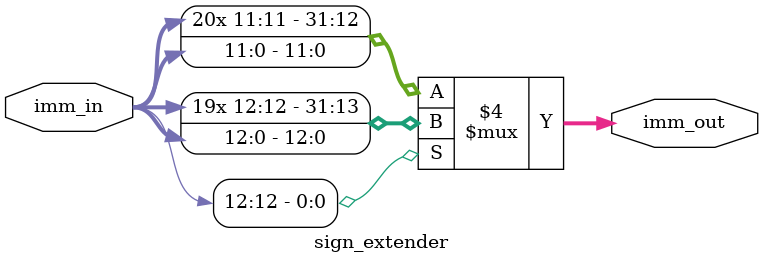
<source format=sv>
module sign_extender (
    input  logic [12:0] imm_in,       // Immediate input (either 12-bit or 13-bit)
    output logic [31:0] imm_out       // 32-bit sign-extended output
);

    // Sign-extend the immediate value to 32 bits based on the input size
    always_comb begin
        if (imm_in[12] == 1'b0) begin
            imm_out = {{20{imm_in[11]}}, imm_in[11:0]};  // 12-bit sign extension
        end else begin
            imm_out = {{19{imm_in[12]}}, imm_in};  // 13-bit sign extension for B-type
        end
    end

endmodule

</source>
